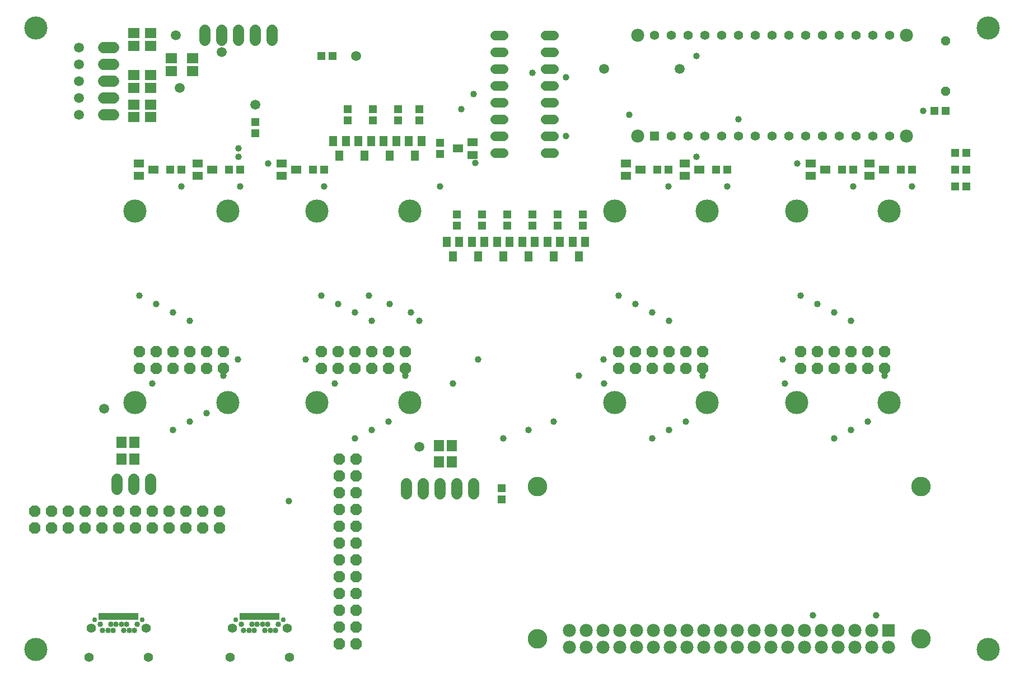
<source format=gbr>
G04 EAGLE Gerber X2 export*
%TF.Part,Single*%
%TF.FileFunction,Soldermask,Top,1*%
%TF.FilePolarity,Negative*%
%TF.GenerationSoftware,Autodesk,EAGLE,9.0.1*%
%TF.CreationDate,2018-07-01T13:53:45Z*%
G75*
%MOMM*%
%FSLAX34Y34*%
%LPD*%
%AMOC8*
5,1,8,0,0,1.08239X$1,22.5*%
G01*
%ADD10C,3.503200*%
%ADD11C,1.422400*%
%ADD12R,1.303200X1.203200*%
%ADD13P,1.869504X8X22.500000*%
%ADD14C,1.727200*%
%ADD15R,1.203200X1.303200*%
%ADD16P,1.539592X8X292.500000*%
%ADD17R,1.203200X1.603200*%
%ADD18R,1.603200X1.203200*%
%ADD19R,1.503200X1.703200*%
%ADD20R,1.703200X1.503200*%
%ADD21C,1.981200*%
%ADD22R,1.403200X1.403200*%
%ADD23C,1.403200*%
%ADD24R,1.981200X1.981200*%
%ADD25C,2.953200*%
%ADD26P,1.869504X8X202.500000*%
%ADD27P,1.869504X8X112.500000*%
%ADD28C,0.853200*%
%ADD29R,0.503200X1.103200*%
%ADD30C,0.753200*%
%ADD31C,1.503200*%
%ADD32C,1.009600*%


D10*
X180000Y693000D03*
X320000Y693000D03*
X180000Y403000D03*
X320000Y403000D03*
X455000Y403000D03*
X595000Y403000D03*
X905000Y403000D03*
X1180000Y403000D03*
X1045000Y403000D03*
X1320000Y403000D03*
X1320000Y693000D03*
X1180000Y693000D03*
X1045000Y693000D03*
X905000Y693000D03*
X595000Y693000D03*
X455000Y693000D03*
X30000Y970000D03*
X30000Y30000D03*
X1470000Y30000D03*
X1470000Y970000D03*
D11*
X736346Y958850D02*
X724154Y958850D01*
X724154Y933450D02*
X736346Y933450D01*
X736346Y806450D02*
X724154Y806450D01*
X724154Y781050D02*
X736346Y781050D01*
X736346Y908050D02*
X724154Y908050D01*
X724154Y882650D02*
X736346Y882650D01*
X736346Y831850D02*
X724154Y831850D01*
X724154Y857250D02*
X736346Y857250D01*
X800354Y781050D02*
X812546Y781050D01*
X812546Y806450D02*
X800354Y806450D01*
X800354Y831850D02*
X812546Y831850D01*
X812546Y857250D02*
X800354Y857250D01*
X800354Y882650D02*
X812546Y882650D01*
X812546Y908050D02*
X800354Y908050D01*
X800354Y933450D02*
X812546Y933450D01*
X812546Y958850D02*
X800354Y958850D01*
D12*
X609600Y829700D03*
X609600Y846700D03*
X857250Y670950D03*
X857250Y687950D03*
X819150Y670950D03*
X819150Y687950D03*
X781050Y670950D03*
X781050Y687950D03*
X742950Y670950D03*
X742950Y687950D03*
X704850Y670950D03*
X704850Y687950D03*
X666750Y670950D03*
X666750Y687950D03*
X501650Y829700D03*
X501650Y846700D03*
X539750Y829700D03*
X539750Y846700D03*
X577850Y829700D03*
X577850Y846700D03*
D13*
X186500Y455300D03*
X211900Y455300D03*
X237300Y455300D03*
X262700Y455300D03*
X288100Y455300D03*
X313500Y455300D03*
X186500Y480700D03*
X211900Y480700D03*
X237300Y480700D03*
X262700Y480700D03*
X288100Y480700D03*
X313500Y480700D03*
D14*
X692150Y280670D02*
X692150Y265430D01*
X666750Y265430D02*
X666750Y280670D01*
X641350Y280670D02*
X641350Y265430D01*
X615950Y265430D02*
X615950Y280670D01*
X590550Y280670D02*
X590550Y265430D01*
D13*
X911500Y455300D03*
X936900Y455300D03*
X962300Y455300D03*
X987700Y455300D03*
X1013100Y455300D03*
X1038500Y455300D03*
X911500Y480700D03*
X936900Y480700D03*
X962300Y480700D03*
X987700Y480700D03*
X1013100Y480700D03*
X1038500Y480700D03*
X1186500Y455300D03*
X1211900Y455300D03*
X1237300Y455300D03*
X1262700Y455300D03*
X1288100Y455300D03*
X1313500Y455300D03*
X1186500Y480700D03*
X1211900Y480700D03*
X1237300Y480700D03*
X1262700Y480700D03*
X1288100Y480700D03*
X1313500Y480700D03*
X461500Y455300D03*
X486900Y455300D03*
X512300Y455300D03*
X537700Y455300D03*
X563100Y455300D03*
X588500Y455300D03*
X461500Y480700D03*
X486900Y480700D03*
X512300Y480700D03*
X537700Y480700D03*
X563100Y480700D03*
X588500Y480700D03*
D15*
X1248800Y755650D03*
X1265800Y755650D03*
X969400Y755650D03*
X986400Y755650D03*
X448700Y755650D03*
X465700Y755650D03*
X232800Y755650D03*
X249800Y755650D03*
D16*
X1405890Y949960D03*
X1405890Y873760D03*
D15*
X1405500Y844550D03*
X1388500Y844550D03*
D17*
X603250Y776400D03*
X593750Y798400D03*
X612750Y798400D03*
X850900Y624000D03*
X841400Y646000D03*
X860400Y646000D03*
X812800Y624000D03*
X803300Y646000D03*
X822300Y646000D03*
X774700Y624000D03*
X765200Y646000D03*
X784200Y646000D03*
X736600Y624000D03*
X727100Y646000D03*
X746100Y646000D03*
X698500Y624000D03*
X689000Y646000D03*
X708000Y646000D03*
X660400Y624000D03*
X650900Y646000D03*
X669900Y646000D03*
X488950Y776400D03*
X479450Y798400D03*
X498450Y798400D03*
X527050Y776400D03*
X517550Y798400D03*
X536550Y798400D03*
X565150Y776400D03*
X555650Y798400D03*
X574650Y798400D03*
D18*
X1223850Y755650D03*
X1201850Y746150D03*
X1201850Y765150D03*
X944450Y755650D03*
X922450Y746150D03*
X922450Y765150D03*
X423750Y755650D03*
X401750Y746150D03*
X401750Y765150D03*
X207850Y755650D03*
X185850Y746150D03*
X185850Y765150D03*
D14*
X147320Y838200D02*
X132080Y838200D01*
X132080Y863600D02*
X147320Y863600D01*
X147320Y889000D02*
X132080Y889000D01*
X132080Y914400D02*
X147320Y914400D01*
X147320Y939800D02*
X132080Y939800D01*
D19*
X639470Y313690D03*
X658470Y313690D03*
X639470Y337820D03*
X658470Y337820D03*
D20*
X234950Y923900D03*
X234950Y904900D03*
X266700Y923900D03*
X266700Y904900D03*
X177800Y879500D03*
X177800Y898500D03*
X203200Y879500D03*
X203200Y898500D03*
X177800Y854050D03*
X177800Y835050D03*
X203200Y854050D03*
X203200Y835050D03*
D21*
X939800Y806450D03*
D22*
X965200Y806450D03*
D23*
X990600Y806450D03*
X1016000Y806450D03*
X1041400Y806450D03*
X1066800Y806450D03*
X1092200Y806450D03*
X1117600Y806450D03*
X1143000Y806450D03*
X1168400Y806450D03*
X1193800Y806450D03*
X1219200Y806450D03*
X1244600Y806450D03*
X1270000Y806450D03*
X1295400Y806450D03*
X1320800Y806450D03*
X1320800Y958850D03*
X1295400Y958850D03*
X1270000Y958850D03*
X1244600Y958850D03*
X1219200Y958850D03*
X1193800Y958850D03*
X1168400Y958850D03*
X1143000Y958850D03*
X1117600Y958850D03*
X1092200Y958850D03*
X1066800Y958850D03*
X1041400Y958850D03*
X1016000Y958850D03*
X990600Y958850D03*
X965200Y958850D03*
D21*
X939800Y958850D03*
X1346200Y958850D03*
X1346200Y806450D03*
D24*
X1319650Y58850D03*
D21*
X1319650Y33450D03*
X1294250Y58850D03*
X1294250Y33450D03*
X1268850Y58850D03*
X1268850Y33450D03*
X1243450Y58850D03*
X1243450Y33450D03*
X1218050Y58850D03*
X1218050Y33450D03*
X1192650Y58850D03*
X1192650Y33450D03*
X1167250Y58850D03*
X1167250Y33450D03*
X1141850Y58850D03*
X1141850Y33450D03*
X1116450Y58850D03*
X1116450Y33450D03*
X1091050Y58850D03*
X1091050Y33450D03*
X1065650Y58850D03*
X1065650Y33450D03*
X1040250Y58850D03*
X1040250Y33450D03*
X1014850Y58850D03*
X1014850Y33450D03*
X989450Y58850D03*
X989450Y33450D03*
X964050Y58850D03*
X964050Y33450D03*
X938650Y58850D03*
X938650Y33450D03*
X913250Y58850D03*
X913250Y33450D03*
X887850Y58850D03*
X887850Y33450D03*
X862450Y58850D03*
X862450Y33450D03*
X837050Y58850D03*
X837050Y33450D03*
D25*
X1368350Y276150D03*
X1368350Y46150D03*
X788350Y276150D03*
X788350Y46150D03*
D14*
X387350Y951230D02*
X387350Y966470D01*
X361950Y966470D02*
X361950Y951230D01*
X336550Y951230D02*
X336550Y966470D01*
X311150Y966470D02*
X311150Y951230D01*
X285750Y951230D02*
X285750Y966470D01*
D26*
X307340Y213360D03*
X281940Y213360D03*
X256540Y213360D03*
X231140Y213360D03*
X205740Y213360D03*
X180340Y213360D03*
X307340Y238760D03*
X281940Y238760D03*
X256540Y238760D03*
X231140Y238760D03*
X205740Y238760D03*
X180340Y238760D03*
X154940Y213360D03*
X129540Y213360D03*
X104140Y213360D03*
X78740Y213360D03*
X53340Y213360D03*
X27940Y213360D03*
X154940Y238760D03*
X129540Y238760D03*
X104140Y238760D03*
X78740Y238760D03*
X53340Y238760D03*
X27940Y238760D03*
D27*
X488950Y38100D03*
X488950Y63500D03*
X488950Y88900D03*
X488950Y114300D03*
X488950Y139700D03*
X488950Y165100D03*
X514350Y38100D03*
X514350Y63500D03*
X514350Y88900D03*
X514350Y114300D03*
X514350Y139700D03*
X514350Y165100D03*
X488950Y190500D03*
X488950Y215900D03*
X488950Y241300D03*
X488950Y266700D03*
X488950Y292100D03*
X488950Y317500D03*
X514350Y190500D03*
X514350Y215900D03*
X514350Y241300D03*
X514350Y266700D03*
X514350Y292100D03*
X514350Y317500D03*
D28*
X396300Y68110D03*
X392300Y59110D03*
X384300Y59110D03*
X380300Y68110D03*
X376300Y59110D03*
X372300Y68110D03*
X364300Y68110D03*
X360300Y59110D03*
X356300Y68110D03*
X352300Y59110D03*
X344300Y59110D03*
X340300Y68110D03*
D29*
X340800Y80310D03*
X345800Y80310D03*
X350800Y80310D03*
X355800Y80310D03*
X360800Y80310D03*
X365800Y80310D03*
X370800Y80310D03*
X375800Y80310D03*
X380800Y80310D03*
X385800Y80310D03*
X390800Y80310D03*
X395800Y80310D03*
D23*
X409600Y62110D03*
X413200Y18210D03*
X327000Y62110D03*
X323400Y18210D03*
D30*
X332300Y74610D03*
X404300Y74610D03*
D28*
X182940Y68110D03*
X178940Y59110D03*
X170940Y59110D03*
X166940Y68110D03*
X162940Y59110D03*
X158940Y68110D03*
X150940Y68110D03*
X146940Y59110D03*
X142940Y68110D03*
X138940Y59110D03*
X130940Y59110D03*
X126940Y68110D03*
D29*
X127440Y80310D03*
X132440Y80310D03*
X137440Y80310D03*
X142440Y80310D03*
X147440Y80310D03*
X152440Y80310D03*
X157440Y80310D03*
X162440Y80310D03*
X167440Y80310D03*
X172440Y80310D03*
X177440Y80310D03*
X182440Y80310D03*
D23*
X196240Y62110D03*
X199840Y18210D03*
X113640Y62110D03*
X110040Y18210D03*
D30*
X118940Y74610D03*
X190940Y74610D03*
D14*
X152400Y271780D02*
X152400Y287020D01*
X177800Y287020D02*
X177800Y271780D01*
X203200Y271780D02*
X203200Y287020D01*
D20*
X177800Y943000D03*
X177800Y962000D03*
X203200Y943000D03*
X203200Y962000D03*
D15*
X1437250Y730250D03*
X1420250Y730250D03*
X1437250Y755650D03*
X1420250Y755650D03*
X1437250Y781050D03*
X1420250Y781050D03*
D12*
X734060Y273930D03*
X734060Y256930D03*
X361950Y827650D03*
X361950Y810650D03*
D15*
X461400Y927100D03*
X478400Y927100D03*
X1337700Y755650D03*
X1354700Y755650D03*
X1058300Y755650D03*
X1075300Y755650D03*
D12*
X641350Y795900D03*
X641350Y778900D03*
D15*
X321700Y755650D03*
X338700Y755650D03*
D18*
X1312750Y755650D03*
X1290750Y746150D03*
X1290750Y765150D03*
X1033350Y755650D03*
X1011350Y746150D03*
X1011350Y765150D03*
X668450Y787400D03*
X690450Y796900D03*
X690450Y777900D03*
X296750Y755650D03*
X274750Y746150D03*
X274750Y765150D03*
D19*
X178410Y342900D03*
X159410Y342900D03*
X178410Y317500D03*
X159410Y317500D03*
D31*
X133350Y393700D03*
X247650Y879500D03*
X95250Y889000D03*
D32*
X673100Y846700D03*
X781050Y901700D03*
X692150Y869950D03*
D31*
X95250Y838200D03*
D32*
X313500Y444000D03*
X1313500Y444000D03*
X1038500Y444000D03*
X588500Y444000D03*
X850900Y444000D03*
X288100Y387350D03*
X1288100Y374650D03*
X1013100Y374650D03*
X563100Y374650D03*
X812800Y374650D03*
X262700Y374650D03*
X1262700Y361950D03*
X987700Y361950D03*
X537700Y361950D03*
X774700Y361950D03*
X237300Y361950D03*
X1237300Y349250D03*
X962300Y349250D03*
X512300Y349250D03*
X736600Y349250D03*
X1159040Y468630D03*
X888130Y468630D03*
X437750Y468630D03*
X335750Y468630D03*
X698500Y468630D03*
X205550Y431800D03*
X889400Y431800D03*
X1162850Y431800D03*
X482200Y431800D03*
X660400Y431800D03*
X461500Y565150D03*
X186500Y565150D03*
X1186500Y565150D03*
X911500Y565150D03*
X533400Y565150D03*
X486900Y552450D03*
X211900Y552450D03*
X1211900Y552450D03*
X936900Y552450D03*
X565150Y552450D03*
X512300Y539750D03*
X237300Y539750D03*
X1237300Y539750D03*
X962300Y539750D03*
X596900Y539750D03*
X537700Y527050D03*
X262700Y527050D03*
X1262700Y527050D03*
X987700Y527050D03*
X609600Y527050D03*
X249800Y730250D03*
X465700Y730250D03*
X986400Y730250D03*
X641350Y730250D03*
X338700Y730250D03*
X1354700Y730250D03*
X1075300Y730250D03*
X1265800Y730250D03*
D31*
X361950Y854050D03*
X95250Y863600D03*
D32*
X831850Y806450D03*
X831850Y895350D03*
X381000Y765150D03*
D31*
X311150Y933450D03*
X95250Y914400D03*
D32*
X1371600Y844550D03*
X336550Y787400D03*
X1092200Y831850D03*
X1181100Y765150D03*
X412750Y254000D03*
D31*
X241300Y958850D03*
X95250Y939800D03*
D32*
X1205230Y81280D03*
X1300480Y81280D03*
D31*
X514350Y927100D03*
X889000Y908050D03*
X1003300Y908050D03*
X609600Y336550D03*
D32*
X336550Y774700D03*
X927100Y838200D03*
X694690Y765810D03*
X1028700Y774700D03*
X1028700Y927100D03*
M02*

</source>
